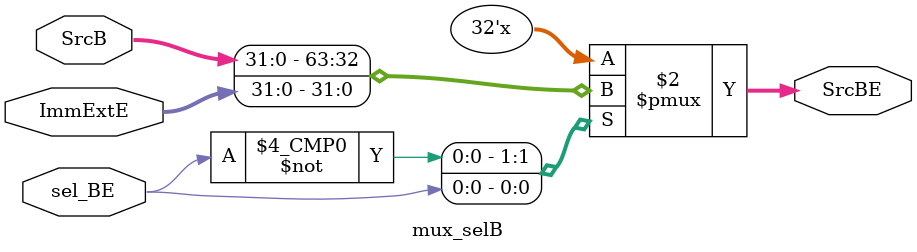
<source format=sv>
module mux_selB (
    input logic         sel_BE, 
    input logic  [31:0] ImmExtE,SrcB,
    output logic [31:0] SrcBE
);

always_comb begin 
    case (sel_BE)
       1'b0 : SrcBE = SrcB;
       1'b1 : SrcBE = ImmExtE;
    endcase
    
end
    
endmodule


</source>
